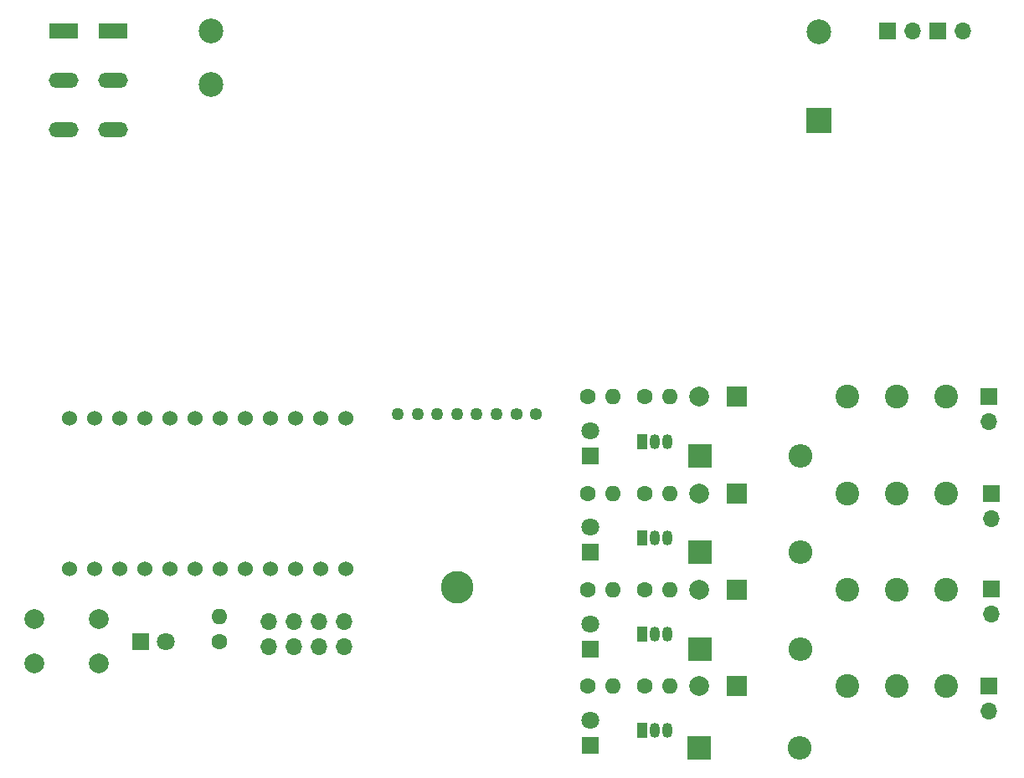
<source format=gbr>
%TF.GenerationSoftware,KiCad,Pcbnew,(5.1.9)-1*%
%TF.CreationDate,2021-02-20T10:07:39+01:00*%
%TF.ProjectId,HB-Uni-SenDose-4,48422d55-6e69-42d5-9365-6e446f73652d,rev?*%
%TF.SameCoordinates,Original*%
%TF.FileFunction,Soldermask,Bot*%
%TF.FilePolarity,Negative*%
%FSLAX46Y46*%
G04 Gerber Fmt 4.6, Leading zero omitted, Abs format (unit mm)*
G04 Created by KiCad (PCBNEW (5.1.9)-1) date 2021-02-20 10:07:39*
%MOMM*%
%LPD*%
G01*
G04 APERTURE LIST*
%ADD10O,3.000000X1.500000*%
%ADD11R,3.000000X1.500000*%
%ADD12C,2.500000*%
%ADD13R,2.500000X2.500000*%
%ADD14O,1.270000X1.270000*%
%ADD15C,1.270000*%
%ADD16C,3.300000*%
%ADD17C,1.524000*%
%ADD18C,2.000000*%
%ADD19O,1.600000X1.600000*%
%ADD20C,1.600000*%
%ADD21R,1.050000X1.500000*%
%ADD22O,1.050000X1.500000*%
%ADD23R,2.000000X2.000000*%
%ADD24C,2.400000*%
%ADD25O,1.700000X1.700000*%
%ADD26R,1.700000X1.700000*%
%ADD27O,2.400000X2.400000*%
%ADD28R,2.400000X2.400000*%
%ADD29C,1.800000*%
%ADD30R,1.800000X1.800000*%
G04 APERTURE END LIST*
D10*
%TO.C,WAGO 236-403*%
X87250000Y-64000000D03*
X92250000Y-64000000D03*
X87250000Y-59000000D03*
X92250000Y-59000000D03*
D11*
X87250000Y-54000000D03*
X92250000Y-54000000D03*
%TD*%
D12*
%TO.C,IRM-30-12*%
X102100000Y-53950000D03*
D13*
X163600000Y-63050000D03*
D12*
X102100000Y-59350000D03*
X163600000Y-54050000D03*
%TD*%
D14*
%TO.C,U2*%
X135000000Y-92750000D03*
X133000000Y-92750000D03*
D15*
X131000000Y-92750000D03*
X129000000Y-92750000D03*
X127000000Y-92750000D03*
X125000000Y-92750000D03*
X123000000Y-92750000D03*
X121000000Y-92750000D03*
D16*
X126984000Y-110276000D03*
%TD*%
D17*
%TO.C,U1*%
X87800000Y-108370000D03*
X90340000Y-108370000D03*
X92880000Y-108370000D03*
X95420000Y-108370000D03*
X97960000Y-108370000D03*
X100500000Y-108370000D03*
X103040000Y-108370000D03*
X105580000Y-108370000D03*
X108120000Y-108370000D03*
X110660000Y-108370000D03*
X113200000Y-108370000D03*
X115740000Y-108370000D03*
X115740000Y-93130000D03*
X113200000Y-93130000D03*
X110660000Y-93130000D03*
X108120000Y-93130000D03*
X105580000Y-93130000D03*
X103040000Y-93130000D03*
X100500000Y-93130000D03*
X97960000Y-93130000D03*
X95420000Y-93130000D03*
X92880000Y-93130000D03*
X90340000Y-93130000D03*
X87800000Y-93130000D03*
%TD*%
D18*
%TO.C,SW1*%
X90750000Y-113500000D03*
X90750000Y-118000000D03*
X84250000Y-113500000D03*
X84250000Y-118000000D03*
%TD*%
D19*
%TO.C,R9*%
X103000000Y-113210000D03*
D20*
X103000000Y-115750000D03*
%TD*%
D19*
%TO.C,R8*%
X148540000Y-91000000D03*
D20*
X146000000Y-91000000D03*
%TD*%
D19*
%TO.C,R7*%
X142750000Y-91000000D03*
D20*
X140210000Y-91000000D03*
%TD*%
D19*
%TO.C,R6*%
X148540000Y-100750000D03*
D20*
X146000000Y-100750000D03*
%TD*%
D19*
%TO.C,R5*%
X142790000Y-100750000D03*
D20*
X140250000Y-100750000D03*
%TD*%
D19*
%TO.C,R4*%
X148540000Y-110500000D03*
D20*
X146000000Y-110500000D03*
%TD*%
D19*
%TO.C,R3*%
X142790000Y-110500000D03*
D20*
X140250000Y-110500000D03*
%TD*%
D19*
%TO.C,R2*%
X148500000Y-120250000D03*
D20*
X145960000Y-120250000D03*
%TD*%
D19*
%TO.C,R1*%
X142790000Y-120250000D03*
D20*
X140250000Y-120250000D03*
%TD*%
D21*
%TO.C,Q4*%
X145750000Y-95500000D03*
D22*
X148290000Y-95500000D03*
X147020000Y-95500000D03*
%TD*%
D21*
%TO.C,Q3*%
X145750000Y-105250000D03*
D22*
X148290000Y-105250000D03*
X147020000Y-105250000D03*
%TD*%
D21*
%TO.C,Q2*%
X145750000Y-115000000D03*
D22*
X148290000Y-115000000D03*
X147020000Y-115000000D03*
%TD*%
D21*
%TO.C,Q1*%
X145750000Y-124750000D03*
D22*
X148290000Y-124750000D03*
X147020000Y-124750000D03*
%TD*%
D18*
%TO.C,K4*%
X151500000Y-91000000D03*
D23*
X155250000Y-91000000D03*
D24*
X166500000Y-91000000D03*
X171500000Y-91000000D03*
X176500000Y-91000000D03*
%TD*%
D18*
%TO.C,K3*%
X151500000Y-100750000D03*
D23*
X155250000Y-100750000D03*
D24*
X166500000Y-100750000D03*
X171500000Y-100750000D03*
X176500000Y-100750000D03*
%TD*%
D18*
%TO.C,K2*%
X151500000Y-110500000D03*
D23*
X155250000Y-110500000D03*
D24*
X166500000Y-110500000D03*
X171500000Y-110500000D03*
X176500000Y-110500000D03*
%TD*%
D18*
%TO.C,K1*%
X151500000Y-120250000D03*
D23*
X155250000Y-120250000D03*
D24*
X166500000Y-120250000D03*
X171500000Y-120250000D03*
X176500000Y-120250000D03*
%TD*%
D25*
%TO.C,J6*%
X115620000Y-116290000D03*
X115620000Y-113750000D03*
X113080000Y-116290000D03*
X113080000Y-113750000D03*
X110540000Y-116290000D03*
X110540000Y-113750000D03*
X108000000Y-116290000D03*
X108000000Y-113750000D03*
%TD*%
%TO.C,Pump4*%
X180750000Y-93540000D03*
D26*
X180750000Y-91000000D03*
%TD*%
D25*
%TO.C,Pump3*%
X181000000Y-103290000D03*
D26*
X181000000Y-100750000D03*
%TD*%
D25*
%TO.C,Pump2*%
X181000000Y-113000000D03*
D26*
X181000000Y-110460000D03*
%TD*%
D25*
%TO.C,Pump1*%
X180750000Y-122790000D03*
D26*
X180750000Y-120250000D03*
%TD*%
D25*
%TO.C,J1*%
X178120000Y-54000000D03*
D26*
X175580000Y-54000000D03*
D25*
X173040000Y-54000000D03*
D26*
X170500000Y-54000000D03*
%TD*%
D27*
%TO.C,D9*%
X161750000Y-97000000D03*
D28*
X151590000Y-97000000D03*
%TD*%
D27*
%TO.C,D8*%
X161750000Y-106750000D03*
D28*
X151590000Y-106750000D03*
%TD*%
D27*
%TO.C,D7*%
X161750000Y-116500000D03*
D28*
X151590000Y-116500000D03*
%TD*%
D27*
%TO.C,D6*%
X161660000Y-126500000D03*
D28*
X151500000Y-126500000D03*
%TD*%
D29*
%TO.C,D5*%
X97540000Y-115750000D03*
D30*
X95000000Y-115750000D03*
%TD*%
D29*
%TO.C,D4*%
X140500000Y-94460000D03*
D30*
X140500000Y-97000000D03*
%TD*%
D29*
%TO.C,D3*%
X140500000Y-104210000D03*
D30*
X140500000Y-106750000D03*
%TD*%
D29*
%TO.C,D2*%
X140500000Y-113960000D03*
D30*
X140500000Y-116500000D03*
%TD*%
D29*
%TO.C,D1*%
X140500000Y-123710000D03*
D30*
X140500000Y-126250000D03*
%TD*%
M02*

</source>
